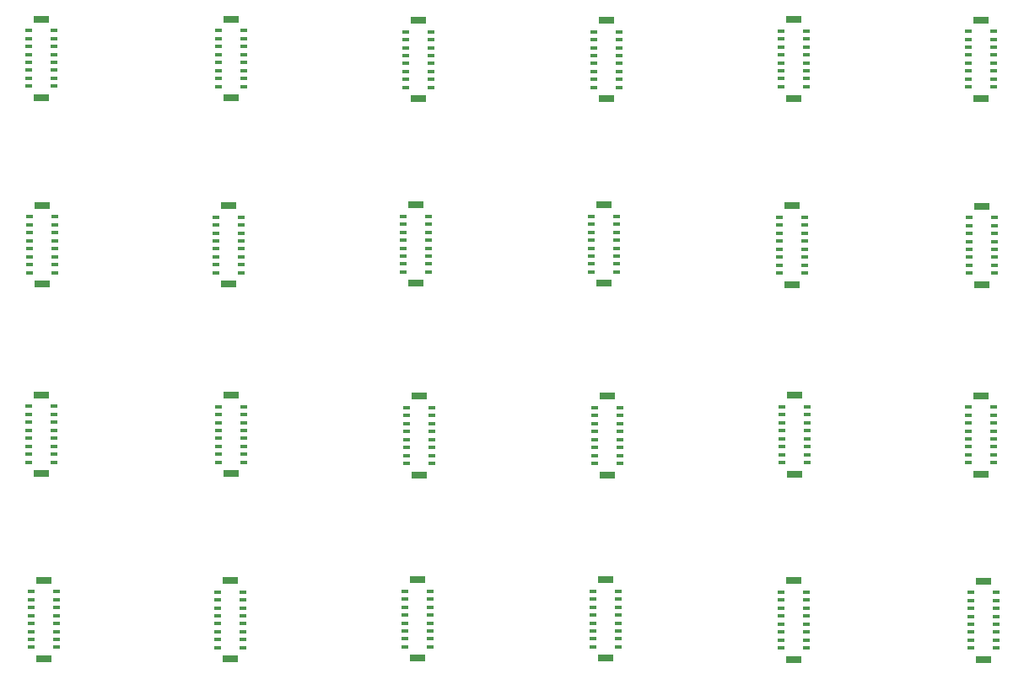
<source format=gbr>
%TF.GenerationSoftware,KiCad,Pcbnew,(7.0.0-0)*%
%TF.CreationDate,2023-04-28T06:51:24+02:00*%
%TF.ProjectId,omniscope,6f6d6e69-7363-46f7-9065-2e6b69636164,rev?*%
%TF.SameCoordinates,Original*%
%TF.FileFunction,Paste,Top*%
%TF.FilePolarity,Positive*%
%FSLAX46Y46*%
G04 Gerber Fmt 4.6, Leading zero omitted, Abs format (unit mm)*
G04 Created by KiCad (PCBNEW (7.0.0-0)) date 2023-04-28 06:51:24*
%MOMM*%
%LPD*%
G01*
G04 APERTURE LIST*
%ADD10R,0.790000X0.400000*%
%ADD11R,1.600000X0.650000*%
G04 APERTURE END LIST*
D10*
%TO.C,J4*%
X89414999Y-25874999D03*
X86874999Y-25874999D03*
X89414999Y-26674999D03*
X86874999Y-26674999D03*
X89414999Y-27474999D03*
X86874999Y-27474999D03*
X89414999Y-28274999D03*
X86874999Y-28274999D03*
X89414999Y-29074999D03*
X86874999Y-29074999D03*
X89414999Y-29874999D03*
X86874999Y-29874999D03*
X89414999Y-30674999D03*
X86874999Y-30674999D03*
X89414999Y-31474999D03*
X86874999Y-31474999D03*
D11*
X88144999Y-24724999D03*
X88144999Y-32624999D03*
%TD*%
D10*
%TO.C,J8*%
X108222499Y-25799999D03*
X105682499Y-25799999D03*
X108222499Y-26599999D03*
X105682499Y-26599999D03*
X108222499Y-27399999D03*
X105682499Y-27399999D03*
X108222499Y-28199999D03*
X105682499Y-28199999D03*
X108222499Y-28999999D03*
X105682499Y-28999999D03*
X108222499Y-29799999D03*
X105682499Y-29799999D03*
X108222499Y-30599999D03*
X105682499Y-30599999D03*
X108222499Y-31399999D03*
X105682499Y-31399999D03*
D11*
X106952499Y-24649999D03*
X106952499Y-32549999D03*
%TD*%
D10*
%TO.C,J5*%
X70539999Y-25874999D03*
X67999999Y-25874999D03*
X70539999Y-26674999D03*
X67999999Y-26674999D03*
X70539999Y-27474999D03*
X67999999Y-27474999D03*
X70539999Y-28274999D03*
X67999999Y-28274999D03*
X70539999Y-29074999D03*
X67999999Y-29074999D03*
X70539999Y-29874999D03*
X67999999Y-29874999D03*
X70539999Y-30674999D03*
X67999999Y-30674999D03*
X70539999Y-31474999D03*
X67999999Y-31474999D03*
D11*
X69269999Y-24724999D03*
X69269999Y-32624999D03*
%TD*%
D10*
%TO.C,J6*%
X51714999Y-25774999D03*
X49174999Y-25774999D03*
X51714999Y-26574999D03*
X49174999Y-26574999D03*
X51714999Y-27374999D03*
X49174999Y-27374999D03*
X51714999Y-28174999D03*
X49174999Y-28174999D03*
X51714999Y-28974999D03*
X49174999Y-28974999D03*
X51714999Y-29774999D03*
X49174999Y-29774999D03*
X51714999Y-30574999D03*
X49174999Y-30574999D03*
X51714999Y-31374999D03*
X49174999Y-31374999D03*
D11*
X50444999Y-24624999D03*
X50444999Y-32524999D03*
%TD*%
D10*
%TO.C,J7*%
X32664999Y-25749999D03*
X30124999Y-25749999D03*
X32664999Y-26549999D03*
X30124999Y-26549999D03*
X32664999Y-27349999D03*
X30124999Y-27349999D03*
X32664999Y-28149999D03*
X30124999Y-28149999D03*
X32664999Y-28949999D03*
X30124999Y-28949999D03*
X32664999Y-29749999D03*
X30124999Y-29749999D03*
X32664999Y-30549999D03*
X30124999Y-30549999D03*
X32664999Y-31349999D03*
X30124999Y-31349999D03*
D11*
X31394999Y-24599999D03*
X31394999Y-32499999D03*
%TD*%
D10*
%TO.C,J1*%
X126977499Y-25824999D03*
X124437499Y-25824999D03*
X126977499Y-26624999D03*
X124437499Y-26624999D03*
X126977499Y-27424999D03*
X124437499Y-27424999D03*
X126977499Y-28224999D03*
X124437499Y-28224999D03*
X126977499Y-29024999D03*
X124437499Y-29024999D03*
X126977499Y-29824999D03*
X124437499Y-29824999D03*
X126977499Y-30624999D03*
X124437499Y-30624999D03*
X126977499Y-31424999D03*
X124437499Y-31424999D03*
D11*
X125707499Y-24674999D03*
X125707499Y-32574999D03*
%TD*%
D10*
%TO.C,J4*%
X67784999Y-50024999D03*
X70324999Y-50024999D03*
X67784999Y-49224999D03*
X70324999Y-49224999D03*
X67784999Y-48424999D03*
X70324999Y-48424999D03*
X67784999Y-47624999D03*
X70324999Y-47624999D03*
X67784999Y-46824999D03*
X70324999Y-46824999D03*
X67784999Y-46024999D03*
X70324999Y-46024999D03*
X67784999Y-45224999D03*
X70324999Y-45224999D03*
X67784999Y-44424999D03*
X70324999Y-44424999D03*
D11*
X69054999Y-51174999D03*
X69054999Y-43274999D03*
%TD*%
D10*
%TO.C,J8*%
X48977499Y-50099999D03*
X51517499Y-50099999D03*
X48977499Y-49299999D03*
X51517499Y-49299999D03*
X48977499Y-48499999D03*
X51517499Y-48499999D03*
X48977499Y-47699999D03*
X51517499Y-47699999D03*
X48977499Y-46899999D03*
X51517499Y-46899999D03*
X48977499Y-46099999D03*
X51517499Y-46099999D03*
X48977499Y-45299999D03*
X51517499Y-45299999D03*
X48977499Y-44499999D03*
X51517499Y-44499999D03*
D11*
X50247499Y-51249999D03*
X50247499Y-43349999D03*
%TD*%
D10*
%TO.C,J5*%
X86659999Y-50024999D03*
X89199999Y-50024999D03*
X86659999Y-49224999D03*
X89199999Y-49224999D03*
X86659999Y-48424999D03*
X89199999Y-48424999D03*
X86659999Y-47624999D03*
X89199999Y-47624999D03*
X86659999Y-46824999D03*
X89199999Y-46824999D03*
X86659999Y-46024999D03*
X89199999Y-46024999D03*
X86659999Y-45224999D03*
X89199999Y-45224999D03*
X86659999Y-44424999D03*
X89199999Y-44424999D03*
D11*
X87929999Y-51174999D03*
X87929999Y-43274999D03*
%TD*%
D10*
%TO.C,J6*%
X105484999Y-50124999D03*
X108024999Y-50124999D03*
X105484999Y-49324999D03*
X108024999Y-49324999D03*
X105484999Y-48524999D03*
X108024999Y-48524999D03*
X105484999Y-47724999D03*
X108024999Y-47724999D03*
X105484999Y-46924999D03*
X108024999Y-46924999D03*
X105484999Y-46124999D03*
X108024999Y-46124999D03*
X105484999Y-45324999D03*
X108024999Y-45324999D03*
X105484999Y-44524999D03*
X108024999Y-44524999D03*
D11*
X106754999Y-51274999D03*
X106754999Y-43374999D03*
%TD*%
D10*
%TO.C,J7*%
X124534999Y-50149999D03*
X127074999Y-50149999D03*
X124534999Y-49349999D03*
X127074999Y-49349999D03*
X124534999Y-48549999D03*
X127074999Y-48549999D03*
X124534999Y-47749999D03*
X127074999Y-47749999D03*
X124534999Y-46949999D03*
X127074999Y-46949999D03*
X124534999Y-46149999D03*
X127074999Y-46149999D03*
X124534999Y-45349999D03*
X127074999Y-45349999D03*
X124534999Y-44549999D03*
X127074999Y-44549999D03*
D11*
X125804999Y-51299999D03*
X125804999Y-43399999D03*
%TD*%
D10*
%TO.C,J1*%
X30222499Y-50074999D03*
X32762499Y-50074999D03*
X30222499Y-49274999D03*
X32762499Y-49274999D03*
X30222499Y-48474999D03*
X32762499Y-48474999D03*
X30222499Y-47674999D03*
X32762499Y-47674999D03*
X30222499Y-46874999D03*
X32762499Y-46874999D03*
X30222499Y-46074999D03*
X32762499Y-46074999D03*
X30222499Y-45274999D03*
X32762499Y-45274999D03*
X30222499Y-44474999D03*
X32762499Y-44474999D03*
D11*
X31492499Y-51224999D03*
X31492499Y-43324999D03*
%TD*%
D10*
%TO.C,J4*%
X89489999Y-63649999D03*
X86949999Y-63649999D03*
X89489999Y-64449999D03*
X86949999Y-64449999D03*
X89489999Y-65249999D03*
X86949999Y-65249999D03*
X89489999Y-66049999D03*
X86949999Y-66049999D03*
X89489999Y-66849999D03*
X86949999Y-66849999D03*
X89489999Y-67649999D03*
X86949999Y-67649999D03*
X89489999Y-68449999D03*
X86949999Y-68449999D03*
X89489999Y-69249999D03*
X86949999Y-69249999D03*
D11*
X88219999Y-62499999D03*
X88219999Y-70399999D03*
%TD*%
D10*
%TO.C,J8*%
X108297499Y-63574999D03*
X105757499Y-63574999D03*
X108297499Y-64374999D03*
X105757499Y-64374999D03*
X108297499Y-65174999D03*
X105757499Y-65174999D03*
X108297499Y-65974999D03*
X105757499Y-65974999D03*
X108297499Y-66774999D03*
X105757499Y-66774999D03*
X108297499Y-67574999D03*
X105757499Y-67574999D03*
X108297499Y-68374999D03*
X105757499Y-68374999D03*
X108297499Y-69174999D03*
X105757499Y-69174999D03*
D11*
X107027499Y-62424999D03*
X107027499Y-70324999D03*
%TD*%
D10*
%TO.C,J5*%
X70614999Y-63649999D03*
X68074999Y-63649999D03*
X70614999Y-64449999D03*
X68074999Y-64449999D03*
X70614999Y-65249999D03*
X68074999Y-65249999D03*
X70614999Y-66049999D03*
X68074999Y-66049999D03*
X70614999Y-66849999D03*
X68074999Y-66849999D03*
X70614999Y-67649999D03*
X68074999Y-67649999D03*
X70614999Y-68449999D03*
X68074999Y-68449999D03*
X70614999Y-69249999D03*
X68074999Y-69249999D03*
D11*
X69344999Y-62499999D03*
X69344999Y-70399999D03*
%TD*%
D10*
%TO.C,J6*%
X51789999Y-63549999D03*
X49249999Y-63549999D03*
X51789999Y-64349999D03*
X49249999Y-64349999D03*
X51789999Y-65149999D03*
X49249999Y-65149999D03*
X51789999Y-65949999D03*
X49249999Y-65949999D03*
X51789999Y-66749999D03*
X49249999Y-66749999D03*
X51789999Y-67549999D03*
X49249999Y-67549999D03*
X51789999Y-68349999D03*
X49249999Y-68349999D03*
X51789999Y-69149999D03*
X49249999Y-69149999D03*
D11*
X50519999Y-62399999D03*
X50519999Y-70299999D03*
%TD*%
D10*
%TO.C,J7*%
X32739999Y-63524999D03*
X30199999Y-63524999D03*
X32739999Y-64324999D03*
X30199999Y-64324999D03*
X32739999Y-65124999D03*
X30199999Y-65124999D03*
X32739999Y-65924999D03*
X30199999Y-65924999D03*
X32739999Y-66724999D03*
X30199999Y-66724999D03*
X32739999Y-67524999D03*
X30199999Y-67524999D03*
X32739999Y-68324999D03*
X30199999Y-68324999D03*
X32739999Y-69124999D03*
X30199999Y-69124999D03*
D11*
X31469999Y-62374999D03*
X31469999Y-70274999D03*
%TD*%
D10*
%TO.C,J1*%
X127052499Y-63599999D03*
X124512499Y-63599999D03*
X127052499Y-64399999D03*
X124512499Y-64399999D03*
X127052499Y-65199999D03*
X124512499Y-65199999D03*
X127052499Y-65999999D03*
X124512499Y-65999999D03*
X127052499Y-66799999D03*
X124512499Y-66799999D03*
X127052499Y-67599999D03*
X124512499Y-67599999D03*
X127052499Y-68399999D03*
X124512499Y-68399999D03*
X127052499Y-69199999D03*
X124512499Y-69199999D03*
D11*
X125782499Y-62449999D03*
X125782499Y-70349999D03*
%TD*%
D10*
%TO.C,J8*%
X49134999Y-87774999D03*
X51674999Y-87774999D03*
X49134999Y-86974999D03*
X51674999Y-86974999D03*
X49134999Y-86174999D03*
X51674999Y-86174999D03*
X49134999Y-85374999D03*
X51674999Y-85374999D03*
X49134999Y-84574999D03*
X51674999Y-84574999D03*
X49134999Y-83774999D03*
X51674999Y-83774999D03*
X49134999Y-82974999D03*
X51674999Y-82974999D03*
X49134999Y-82174999D03*
X51674999Y-82174999D03*
D11*
X50404999Y-88924999D03*
X50404999Y-81024999D03*
%TD*%
D10*
%TO.C,J7*%
X124692499Y-87824999D03*
X127232499Y-87824999D03*
X124692499Y-87024999D03*
X127232499Y-87024999D03*
X124692499Y-86224999D03*
X127232499Y-86224999D03*
X124692499Y-85424999D03*
X127232499Y-85424999D03*
X124692499Y-84624999D03*
X127232499Y-84624999D03*
X124692499Y-83824999D03*
X127232499Y-83824999D03*
X124692499Y-83024999D03*
X127232499Y-83024999D03*
X124692499Y-82224999D03*
X127232499Y-82224999D03*
D11*
X125962499Y-88974999D03*
X125962499Y-81074999D03*
%TD*%
D10*
%TO.C,J6*%
X105642499Y-87799999D03*
X108182499Y-87799999D03*
X105642499Y-86999999D03*
X108182499Y-86999999D03*
X105642499Y-86199999D03*
X108182499Y-86199999D03*
X105642499Y-85399999D03*
X108182499Y-85399999D03*
X105642499Y-84599999D03*
X108182499Y-84599999D03*
X105642499Y-83799999D03*
X108182499Y-83799999D03*
X105642499Y-82999999D03*
X108182499Y-82999999D03*
X105642499Y-82199999D03*
X108182499Y-82199999D03*
D11*
X106912499Y-88949999D03*
X106912499Y-81049999D03*
%TD*%
D10*
%TO.C,J5*%
X86817499Y-87699999D03*
X89357499Y-87699999D03*
X86817499Y-86899999D03*
X89357499Y-86899999D03*
X86817499Y-86099999D03*
X89357499Y-86099999D03*
X86817499Y-85299999D03*
X89357499Y-85299999D03*
X86817499Y-84499999D03*
X89357499Y-84499999D03*
X86817499Y-83699999D03*
X89357499Y-83699999D03*
X86817499Y-82899999D03*
X89357499Y-82899999D03*
X86817499Y-82099999D03*
X89357499Y-82099999D03*
D11*
X88087499Y-88849999D03*
X88087499Y-80949999D03*
%TD*%
D10*
%TO.C,J4*%
X67942499Y-87699999D03*
X70482499Y-87699999D03*
X67942499Y-86899999D03*
X70482499Y-86899999D03*
X67942499Y-86099999D03*
X70482499Y-86099999D03*
X67942499Y-85299999D03*
X70482499Y-85299999D03*
X67942499Y-84499999D03*
X70482499Y-84499999D03*
X67942499Y-83699999D03*
X70482499Y-83699999D03*
X67942499Y-82899999D03*
X70482499Y-82899999D03*
X67942499Y-82099999D03*
X70482499Y-82099999D03*
D11*
X69212499Y-88849999D03*
X69212499Y-80949999D03*
%TD*%
D10*
%TO.C,J1*%
X30379999Y-87749999D03*
X32919999Y-87749999D03*
X30379999Y-86949999D03*
X32919999Y-86949999D03*
X30379999Y-86149999D03*
X32919999Y-86149999D03*
X30379999Y-85349999D03*
X32919999Y-85349999D03*
X30379999Y-84549999D03*
X32919999Y-84549999D03*
X30379999Y-83749999D03*
X32919999Y-83749999D03*
X30379999Y-82949999D03*
X32919999Y-82949999D03*
X30379999Y-82149999D03*
X32919999Y-82149999D03*
D11*
X31649999Y-88899999D03*
X31649999Y-80999999D03*
%TD*%
M02*

</source>
